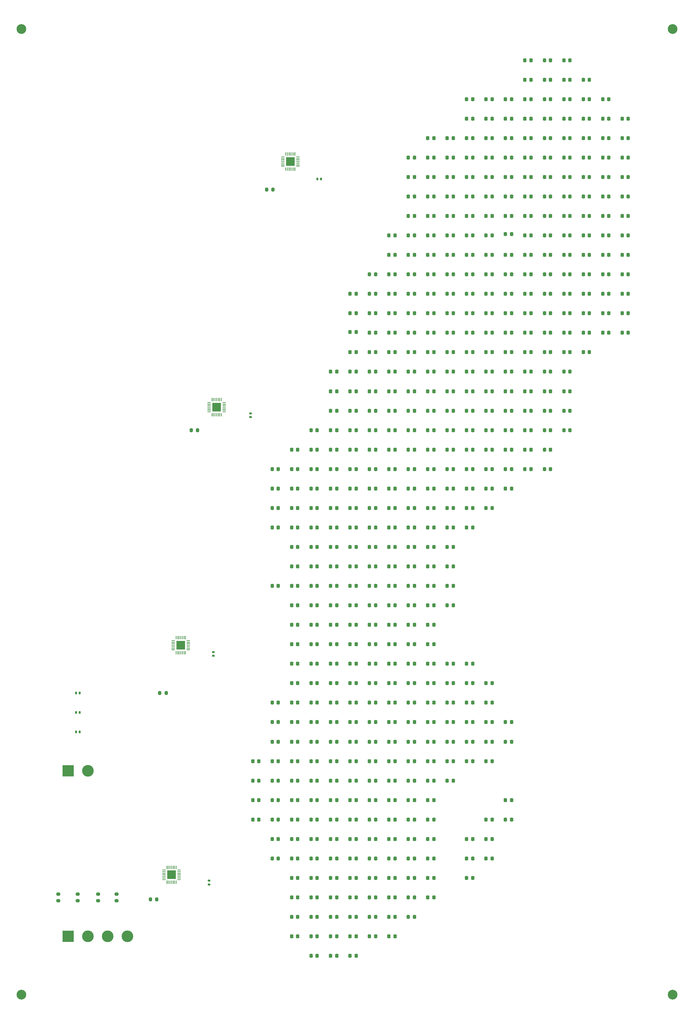
<source format=gts>
G04 #@! TF.GenerationSoftware,KiCad,Pcbnew,7.0.9*
G04 #@! TF.CreationDate,2024-12-30T15:01:03+01:00*
G04 #@! TF.ProjectId,lightning-map,6c696768-746e-4696-9e67-2d6d61702e6b,rev?*
G04 #@! TF.SameCoordinates,Original*
G04 #@! TF.FileFunction,Soldermask,Top*
G04 #@! TF.FilePolarity,Negative*
%FSLAX46Y46*%
G04 Gerber Fmt 4.6, Leading zero omitted, Abs format (unit mm)*
G04 Created by KiCad (PCBNEW 7.0.9) date 2024-12-30 15:01:03*
%MOMM*%
%LPD*%
G01*
G04 APERTURE LIST*
G04 Aperture macros list*
%AMRoundRect*
0 Rectangle with rounded corners*
0 $1 Rounding radius*
0 $2 $3 $4 $5 $6 $7 $8 $9 X,Y pos of 4 corners*
0 Add a 4 corners polygon primitive as box body*
4,1,4,$2,$3,$4,$5,$6,$7,$8,$9,$2,$3,0*
0 Add four circle primitives for the rounded corners*
1,1,$1+$1,$2,$3*
1,1,$1+$1,$4,$5*
1,1,$1+$1,$6,$7*
1,1,$1+$1,$8,$9*
0 Add four rect primitives between the rounded corners*
20,1,$1+$1,$2,$3,$4,$5,0*
20,1,$1+$1,$4,$5,$6,$7,0*
20,1,$1+$1,$6,$7,$8,$9,0*
20,1,$1+$1,$8,$9,$2,$3,0*%
G04 Aperture macros list end*
%ADD10C,2.500000*%
%ADD11RoundRect,0.140000X0.140000X0.170000X-0.140000X0.170000X-0.140000X-0.170000X0.140000X-0.170000X0*%
%ADD12RoundRect,0.218750X-0.218750X-0.256250X0.218750X-0.256250X0.218750X0.256250X-0.218750X0.256250X0*%
%ADD13RoundRect,0.140000X0.170000X-0.140000X0.170000X0.140000X-0.170000X0.140000X-0.170000X-0.140000X0*%
%ADD14R,3.000000X3.000000*%
%ADD15C,3.000000*%
%ADD16RoundRect,0.200000X0.275000X-0.200000X0.275000X0.200000X-0.275000X0.200000X-0.275000X-0.200000X0*%
%ADD17RoundRect,0.200000X-0.200000X-0.275000X0.200000X-0.275000X0.200000X0.275000X-0.200000X0.275000X0*%
%ADD18RoundRect,0.140000X-0.140000X-0.170000X0.140000X-0.170000X0.140000X0.170000X-0.140000X0.170000X0*%
%ADD19RoundRect,0.050000X-0.362500X-0.050000X0.362500X-0.050000X0.362500X0.050000X-0.362500X0.050000X0*%
%ADD20RoundRect,0.050000X-0.050000X-0.362500X0.050000X-0.362500X0.050000X0.362500X-0.050000X0.362500X0*%
%ADD21R,2.300000X2.300000*%
G04 APERTURE END LIST*
D10*
X213000000Y-335000000D03*
X380500000Y-335000000D03*
X380500000Y-87000000D03*
X213000000Y-87000000D03*
D11*
X227020000Y-267500000D03*
X227980000Y-267500000D03*
D12*
X337500000Y-145000000D03*
X339075000Y-145000000D03*
X312500000Y-175000000D03*
X314075000Y-175000000D03*
X287500000Y-255000000D03*
X289075000Y-255000000D03*
X307500000Y-155000000D03*
X309075000Y-155000000D03*
X362500000Y-140000000D03*
X364075000Y-140000000D03*
X317500000Y-130000000D03*
X319075000Y-130000000D03*
X332500000Y-300000000D03*
X334075000Y-300000000D03*
D13*
X262400000Y-247980000D03*
X262400000Y-247020000D03*
D12*
X302500000Y-285000000D03*
X304075000Y-285000000D03*
X297500000Y-155000000D03*
X299075000Y-155000000D03*
X307500000Y-265000000D03*
X309075000Y-265000000D03*
X322500000Y-265000000D03*
X324075000Y-265000000D03*
X322500000Y-130000000D03*
X324075000Y-130000000D03*
X297500000Y-280000000D03*
X299075000Y-280000000D03*
X292500000Y-290000000D03*
X294075000Y-290000000D03*
X282500000Y-285000000D03*
X284075000Y-285000000D03*
X332500000Y-205000000D03*
X334075000Y-205000000D03*
X297500000Y-250000000D03*
X299075000Y-250000000D03*
X292500000Y-305000000D03*
X294075000Y-305000000D03*
X337500000Y-290000000D03*
X339075000Y-290000000D03*
X307500000Y-300000000D03*
X309075000Y-300000000D03*
X332500000Y-130000000D03*
X334075000Y-130000000D03*
X347500000Y-135000000D03*
X349075000Y-135000000D03*
X347500000Y-180000000D03*
X349075000Y-180000000D03*
D14*
X225000000Y-277500000D03*
D15*
X230080000Y-277500000D03*
D12*
X287500000Y-285000000D03*
X289075000Y-285000000D03*
X337500000Y-190000000D03*
X339075000Y-190000000D03*
X342500000Y-95000000D03*
X344075000Y-95000000D03*
X322500000Y-155000000D03*
X324075000Y-155000000D03*
X287500000Y-265000000D03*
X289075000Y-265000000D03*
X327500000Y-275000000D03*
X329075000Y-275000000D03*
X302500000Y-165000000D03*
X304075000Y-165000000D03*
X302500000Y-205000000D03*
X304075000Y-205000000D03*
X347500000Y-185000000D03*
X349075000Y-185000000D03*
X342500000Y-150000000D03*
X344075000Y-150000000D03*
X297500000Y-215000000D03*
X299075000Y-215000000D03*
X332500000Y-270000000D03*
X334075000Y-270000000D03*
X282500000Y-220000000D03*
X284075000Y-220000000D03*
X347500000Y-155000000D03*
X349075000Y-155000000D03*
X312500000Y-185000000D03*
X314075000Y-185000000D03*
X347500000Y-140000000D03*
X349075000Y-140000000D03*
X287500000Y-310000000D03*
X289075000Y-310000000D03*
X312500000Y-270000000D03*
X314075000Y-270000000D03*
X292500000Y-230000000D03*
X294075000Y-230000000D03*
X337500000Y-265000000D03*
X339075000Y-265000000D03*
D16*
X227500000Y-310825000D03*
X227500000Y-309175000D03*
D12*
X367500000Y-115000000D03*
X369075000Y-115000000D03*
X272500000Y-285000000D03*
X274075000Y-285000000D03*
X292500000Y-285000000D03*
X294075000Y-285000000D03*
X327500000Y-300000000D03*
X329075000Y-300000000D03*
X342500000Y-110000000D03*
X344075000Y-110000000D03*
X287500000Y-240000000D03*
X289075000Y-240000000D03*
D13*
X271900000Y-186680000D03*
X271900000Y-185720000D03*
D12*
X327500000Y-205000000D03*
X329075000Y-205000000D03*
X307500000Y-180000000D03*
X309075000Y-180000000D03*
X282500000Y-305000000D03*
X284075000Y-305000000D03*
X312500000Y-255000000D03*
X314075000Y-255000000D03*
X302500000Y-280000000D03*
X304075000Y-280000000D03*
X347500000Y-115000000D03*
X349075000Y-115000000D03*
X317500000Y-280000000D03*
X319075000Y-280000000D03*
X357500000Y-145000000D03*
X359075000Y-145000000D03*
X317500000Y-290000000D03*
X319075000Y-290000000D03*
X292500000Y-325000000D03*
X294075000Y-325000000D03*
X357500000Y-135000000D03*
X359075000Y-135000000D03*
X317500000Y-305000000D03*
X319075000Y-305000000D03*
X322500000Y-200000000D03*
X324075000Y-200000000D03*
X302500000Y-195000000D03*
X304075000Y-195000000D03*
X312500000Y-245000000D03*
X314075000Y-245000000D03*
X287500000Y-195000000D03*
X289075000Y-195000000D03*
X292500000Y-215000000D03*
X294075000Y-215000000D03*
X342500000Y-130000000D03*
X344075000Y-130000000D03*
X307500000Y-305000000D03*
X309075000Y-305000000D03*
X347500000Y-160000000D03*
X349075000Y-160000000D03*
X317500000Y-235000000D03*
X319075000Y-235000000D03*
X337500000Y-139640000D03*
X339075000Y-139640000D03*
X297500000Y-300000000D03*
X299075000Y-300000000D03*
X367500000Y-160000000D03*
X369075000Y-160000000D03*
X292500000Y-240000000D03*
X294075000Y-240000000D03*
X327500000Y-210000000D03*
X329075000Y-210000000D03*
X322500000Y-170000000D03*
X324075000Y-170000000D03*
X307500000Y-210000000D03*
X309075000Y-210000000D03*
X317500000Y-265000000D03*
X319075000Y-265000000D03*
X282500000Y-250000000D03*
X284075000Y-250000000D03*
X287500000Y-280000000D03*
X289075000Y-280000000D03*
X337500000Y-180000000D03*
X339075000Y-180000000D03*
X307500000Y-160000000D03*
X309075000Y-160000000D03*
X337500000Y-175000000D03*
X339075000Y-175000000D03*
X322500000Y-160000000D03*
X324075000Y-160000000D03*
X347500000Y-170000000D03*
X349075000Y-170000000D03*
X322500000Y-175000000D03*
X324075000Y-175000000D03*
X277500000Y-285000000D03*
X279075000Y-285000000D03*
X307500000Y-215000000D03*
X309075000Y-215000000D03*
X307500000Y-235000000D03*
X309075000Y-235000000D03*
X277500000Y-260000000D03*
X279075000Y-260000000D03*
X312500000Y-295000000D03*
X314075000Y-295000000D03*
X322500000Y-255000000D03*
X324075000Y-255000000D03*
X307500000Y-230000000D03*
X309075000Y-230000000D03*
X362500000Y-130000000D03*
X364075000Y-130000000D03*
X317500000Y-170000000D03*
X319075000Y-170000000D03*
X302500000Y-150000000D03*
X304075000Y-150000000D03*
X352500000Y-125000000D03*
X354075000Y-125000000D03*
X332500000Y-165000000D03*
X334075000Y-165000000D03*
X332500000Y-210000000D03*
X334075000Y-210000000D03*
X312500000Y-260000000D03*
X314075000Y-260000000D03*
X297500000Y-315000000D03*
X299075000Y-315000000D03*
X292500000Y-265000000D03*
X294075000Y-265000000D03*
X282500000Y-310000000D03*
X284075000Y-310000000D03*
X332500000Y-120000000D03*
X334075000Y-120000000D03*
X357500000Y-105000000D03*
X359075000Y-105000000D03*
X332500000Y-190000000D03*
X334075000Y-190000000D03*
X292500000Y-235000000D03*
X294075000Y-235000000D03*
X307500000Y-275000000D03*
X309075000Y-275000000D03*
X307500000Y-225000000D03*
X309075000Y-225000000D03*
X352500000Y-160000000D03*
X354075000Y-160000000D03*
X347500000Y-145000000D03*
X349075000Y-145000000D03*
X302500000Y-300000000D03*
X304075000Y-300000000D03*
X307500000Y-140000000D03*
X309075000Y-140000000D03*
X362500000Y-105000000D03*
X364075000Y-105000000D03*
X312500000Y-290000000D03*
X314075000Y-290000000D03*
X327500000Y-140000000D03*
X329075000Y-140000000D03*
X287500000Y-295000000D03*
X289075000Y-295000000D03*
X357500000Y-140000000D03*
X359075000Y-140000000D03*
X342500000Y-190000000D03*
X344075000Y-190000000D03*
X312500000Y-170000000D03*
X314075000Y-170000000D03*
X307500000Y-260000000D03*
X309075000Y-260000000D03*
X282500000Y-280000000D03*
X284075000Y-280000000D03*
X297500000Y-225000000D03*
X299075000Y-225000000D03*
X302500000Y-305000000D03*
X304075000Y-305000000D03*
D17*
X246175000Y-310500000D03*
X247825000Y-310500000D03*
X256675000Y-190000000D03*
X258325000Y-190000000D03*
D12*
X342500000Y-155000000D03*
X344075000Y-155000000D03*
X317500000Y-145000000D03*
X319075000Y-145000000D03*
X322500000Y-260000000D03*
X324075000Y-260000000D03*
X347500000Y-130000000D03*
X349075000Y-130000000D03*
X317500000Y-175000000D03*
X319075000Y-175000000D03*
X317500000Y-180000000D03*
X319075000Y-180000000D03*
X317500000Y-205000000D03*
X319075000Y-205000000D03*
X317500000Y-120000000D03*
X319075000Y-120000000D03*
X342500000Y-180000000D03*
X344075000Y-180000000D03*
X277500000Y-265000000D03*
X279075000Y-265000000D03*
X307500000Y-250000000D03*
X309075000Y-250000000D03*
X362500000Y-155000000D03*
X364075000Y-155000000D03*
X342500000Y-105000000D03*
X344075000Y-105000000D03*
X312500000Y-280000000D03*
X314075000Y-280000000D03*
X312500000Y-235000000D03*
X314075000Y-235000000D03*
X327500000Y-145000000D03*
X329075000Y-145000000D03*
X352500000Y-175000000D03*
X354075000Y-175000000D03*
X357500000Y-110000000D03*
X359075000Y-110000000D03*
X277500000Y-200000000D03*
X279075000Y-200000000D03*
X317500000Y-150000000D03*
X319075000Y-150000000D03*
X347500000Y-190000000D03*
X349075000Y-190000000D03*
X322500000Y-205000000D03*
X324075000Y-205000000D03*
X312500000Y-145000000D03*
X314075000Y-145000000D03*
X292500000Y-210000000D03*
X294075000Y-210000000D03*
X322500000Y-120000000D03*
X324075000Y-120000000D03*
X307500000Y-240000000D03*
X309075000Y-240000000D03*
X327500000Y-185000000D03*
X329075000Y-185000000D03*
X302500000Y-225000000D03*
X304075000Y-225000000D03*
X327500000Y-260000000D03*
X329075000Y-260000000D03*
X287500000Y-320000000D03*
X289075000Y-320000000D03*
X282500000Y-265000000D03*
X284075000Y-265000000D03*
X302500000Y-315000000D03*
X304075000Y-315000000D03*
X337500000Y-160000000D03*
X339075000Y-160000000D03*
X312500000Y-165000000D03*
X314075000Y-165000000D03*
X282500000Y-205000000D03*
X284075000Y-205000000D03*
X332500000Y-260000000D03*
X334075000Y-260000000D03*
X332500000Y-110000000D03*
X334075000Y-110000000D03*
X322500000Y-275000000D03*
X324075000Y-275000000D03*
X297500000Y-310000000D03*
X299075000Y-310000000D03*
X352500000Y-100000000D03*
X354075000Y-100000000D03*
X302500000Y-160000000D03*
X304075000Y-160000000D03*
X297500000Y-235000000D03*
X299075000Y-235000000D03*
X317500000Y-240000000D03*
X319075000Y-240000000D03*
X282500000Y-270000000D03*
X284075000Y-270000000D03*
X312500000Y-215000000D03*
X314075000Y-215000000D03*
X307500000Y-270000000D03*
X309075000Y-270000000D03*
X307500000Y-245000000D03*
X309075000Y-245000000D03*
X322500000Y-115000000D03*
X324075000Y-115000000D03*
X322500000Y-215000000D03*
X324075000Y-215000000D03*
X337500000Y-110000000D03*
X339075000Y-110000000D03*
X292500000Y-250000000D03*
X294075000Y-250000000D03*
D17*
X248575000Y-257500000D03*
X250225000Y-257500000D03*
D12*
X322500000Y-180000000D03*
X324075000Y-180000000D03*
D11*
X227980000Y-257500000D03*
X227020000Y-257500000D03*
D12*
X292500000Y-180000000D03*
X294075000Y-180000000D03*
X327500000Y-150000000D03*
X329075000Y-150000000D03*
X312500000Y-130000000D03*
X314075000Y-130000000D03*
X297500000Y-325000000D03*
X299075000Y-325000000D03*
X297500000Y-175000000D03*
X299075000Y-175000000D03*
X327500000Y-130000000D03*
X329075000Y-130000000D03*
X332500000Y-125000000D03*
X334075000Y-125000000D03*
X327500000Y-265000000D03*
X329075000Y-265000000D03*
X327500000Y-270000000D03*
X329075000Y-270000000D03*
X347500000Y-110000000D03*
X349075000Y-110000000D03*
X352500000Y-140000000D03*
X354075000Y-140000000D03*
X347500000Y-100000000D03*
X349075000Y-100000000D03*
X282500000Y-245000000D03*
X284075000Y-245000000D03*
X352500000Y-170000000D03*
X354075000Y-170000000D03*
X322500000Y-210000000D03*
X324075000Y-210000000D03*
X357500000Y-165000000D03*
X359075000Y-165000000D03*
D18*
X289120000Y-125500000D03*
X290080000Y-125500000D03*
D12*
X287500000Y-300000000D03*
X289075000Y-300000000D03*
X307500000Y-255000000D03*
X309075000Y-255000000D03*
X342500000Y-200000000D03*
X344075000Y-200000000D03*
X272500000Y-290000000D03*
X274075000Y-290000000D03*
X317500000Y-245000000D03*
X319075000Y-245000000D03*
X282500000Y-320000000D03*
X284075000Y-320000000D03*
X322500000Y-165000000D03*
X324075000Y-165000000D03*
X302500000Y-175000000D03*
X304075000Y-175000000D03*
X282500000Y-200000000D03*
X284075000Y-200000000D03*
X367500000Y-110000000D03*
X369075000Y-110000000D03*
X292500000Y-175000000D03*
X294075000Y-175000000D03*
X287500000Y-230000000D03*
X289075000Y-230000000D03*
X297500000Y-270000000D03*
X299075000Y-270000000D03*
X357500000Y-130000000D03*
X359075000Y-130000000D03*
X362500000Y-150000000D03*
X364075000Y-150000000D03*
X332500000Y-105000000D03*
X334075000Y-105000000D03*
X327500000Y-200000000D03*
X329075000Y-200000000D03*
X302500000Y-270000000D03*
X304075000Y-270000000D03*
X317500000Y-300000000D03*
X319075000Y-300000000D03*
X282500000Y-290000000D03*
X284075000Y-290000000D03*
X362500000Y-115000000D03*
X364075000Y-115000000D03*
X327500000Y-180000000D03*
X329075000Y-180000000D03*
X332500000Y-275000000D03*
X334075000Y-275000000D03*
X327500000Y-165000000D03*
X329075000Y-165000000D03*
X337500000Y-130000000D03*
X339075000Y-130000000D03*
X292500000Y-245000000D03*
X294075000Y-245000000D03*
X297500000Y-285000000D03*
X299075000Y-285000000D03*
X297500000Y-164820000D03*
X299075000Y-164820000D03*
X327500000Y-175000000D03*
X329075000Y-175000000D03*
X332500000Y-200000000D03*
X334075000Y-200000000D03*
X312500000Y-150000000D03*
X314075000Y-150000000D03*
X317500000Y-135000000D03*
X319075000Y-135000000D03*
X312500000Y-135000000D03*
X314075000Y-135000000D03*
X342500000Y-120000000D03*
X344075000Y-120000000D03*
D13*
X261300000Y-306680000D03*
X261300000Y-305720000D03*
D12*
X332500000Y-160000000D03*
X334075000Y-160000000D03*
X277500000Y-280000000D03*
X279075000Y-280000000D03*
X292500000Y-255000000D03*
X294075000Y-255000000D03*
X347500000Y-175000000D03*
X349075000Y-175000000D03*
X367500000Y-155000000D03*
X369075000Y-155000000D03*
X342500000Y-170000000D03*
X344075000Y-170000000D03*
X282500000Y-260000000D03*
X284075000Y-260000000D03*
X302500000Y-240000000D03*
X304075000Y-240000000D03*
X332500000Y-175000000D03*
X334075000Y-175000000D03*
X317500000Y-250000000D03*
X319075000Y-250000000D03*
X292500000Y-270000000D03*
X294075000Y-270000000D03*
X302500000Y-260000000D03*
X304075000Y-260000000D03*
X327500000Y-190000000D03*
X329075000Y-190000000D03*
X337500000Y-135000000D03*
X339075000Y-135000000D03*
X337500000Y-165000000D03*
X339075000Y-165000000D03*
D19*
X280262500Y-119837500D03*
X280262500Y-120237500D03*
X280262500Y-120637500D03*
X280262500Y-121037500D03*
X280262500Y-121437500D03*
X280262500Y-121837500D03*
X280262500Y-122237500D03*
D20*
X281000000Y-122975000D03*
X281400000Y-122975000D03*
X281800000Y-122975000D03*
X282200000Y-122975000D03*
X282600000Y-122975000D03*
X283000000Y-122975000D03*
X283400000Y-122975000D03*
D19*
X284137500Y-122237500D03*
X284137500Y-121837500D03*
X284137500Y-121437500D03*
X284137500Y-121037500D03*
X284137500Y-120637500D03*
X284137500Y-120237500D03*
X284137500Y-119837500D03*
D20*
X283400000Y-119100000D03*
X283000000Y-119100000D03*
X282600000Y-119100000D03*
X282200000Y-119100000D03*
X281800000Y-119100000D03*
X281400000Y-119100000D03*
X281000000Y-119100000D03*
D21*
X282200000Y-121037500D03*
D12*
X287500000Y-200000000D03*
X289075000Y-200000000D03*
X322500000Y-145000000D03*
X324075000Y-145000000D03*
X312500000Y-210000000D03*
X314075000Y-210000000D03*
X312500000Y-310000000D03*
X314075000Y-310000000D03*
X332500000Y-290000000D03*
X334075000Y-290000000D03*
X302500000Y-310000000D03*
X304075000Y-310000000D03*
X292500000Y-260000000D03*
X294075000Y-260000000D03*
X292500000Y-275000000D03*
X294075000Y-275000000D03*
X337500000Y-200000000D03*
X339075000Y-200000000D03*
X287500000Y-220000000D03*
X289075000Y-220000000D03*
X337500000Y-185000000D03*
X339075000Y-185000000D03*
X287500000Y-270000000D03*
X289075000Y-270000000D03*
X277500000Y-210000000D03*
X279075000Y-210000000D03*
X322500000Y-230000000D03*
X324075000Y-230000000D03*
X317500000Y-260000000D03*
X319075000Y-260000000D03*
X362500000Y-135000000D03*
X364075000Y-135000000D03*
X367500000Y-165000000D03*
X369075000Y-165000000D03*
X317500000Y-155000000D03*
X319075000Y-155000000D03*
X352500000Y-145000000D03*
X354075000Y-145000000D03*
X297500000Y-230000000D03*
X299075000Y-230000000D03*
X292500000Y-300000000D03*
X294075000Y-300000000D03*
X292500000Y-220000000D03*
X294075000Y-220000000D03*
X337500000Y-170000000D03*
X339075000Y-170000000D03*
X297500000Y-255000000D03*
X299075000Y-255000000D03*
X332500000Y-115000000D03*
X334075000Y-115000000D03*
X317500000Y-270000000D03*
X319075000Y-270000000D03*
X292500000Y-280000000D03*
X294075000Y-280000000D03*
X327500000Y-215000000D03*
X329075000Y-215000000D03*
X352500000Y-190000000D03*
X354075000Y-190000000D03*
X327500000Y-250000000D03*
X329075000Y-250000000D03*
D16*
X222500000Y-310825000D03*
X222500000Y-309175000D03*
D12*
X282500000Y-300000000D03*
X284075000Y-300000000D03*
X357500000Y-155000000D03*
X359075000Y-155000000D03*
X342500000Y-140000000D03*
X344075000Y-140000000D03*
X307500000Y-290000000D03*
X309075000Y-290000000D03*
X287500000Y-215000000D03*
X289075000Y-215000000D03*
X352500000Y-150000000D03*
X354075000Y-150000000D03*
X307500000Y-295000000D03*
X309075000Y-295000000D03*
X297500000Y-200000000D03*
X299075000Y-200000000D03*
X312500000Y-140000000D03*
X314075000Y-140000000D03*
X322500000Y-235000000D03*
X324075000Y-235000000D03*
X322500000Y-250000000D03*
X324075000Y-250000000D03*
X337500000Y-155000000D03*
X339075000Y-155000000D03*
X292500000Y-195000000D03*
X294075000Y-195000000D03*
X297500000Y-265000000D03*
X299075000Y-265000000D03*
X367500000Y-135000000D03*
X369075000Y-135000000D03*
X297500000Y-160000000D03*
X299075000Y-160000000D03*
X307500000Y-150000000D03*
X309075000Y-150000000D03*
X292500000Y-315000000D03*
X294075000Y-315000000D03*
D17*
X276075000Y-128200000D03*
X277725000Y-128200000D03*
D12*
X302500000Y-235000000D03*
X304075000Y-235000000D03*
D16*
X232700000Y-310825000D03*
X232700000Y-309175000D03*
D12*
X317500000Y-285000000D03*
X319075000Y-285000000D03*
X362500000Y-110000000D03*
X364075000Y-110000000D03*
X352500000Y-185000000D03*
X354075000Y-185000000D03*
X307500000Y-170000000D03*
X309075000Y-170000000D03*
X342500000Y-100000000D03*
X344075000Y-100000000D03*
X312500000Y-180000000D03*
X314075000Y-180000000D03*
X332500000Y-150000000D03*
X334075000Y-150000000D03*
X302500000Y-275000000D03*
X304075000Y-275000000D03*
X297500000Y-205000000D03*
X299075000Y-205000000D03*
X312500000Y-120000000D03*
X314075000Y-120000000D03*
X302500000Y-295000000D03*
X304075000Y-295000000D03*
X317500000Y-255000000D03*
X319075000Y-255000000D03*
X357500000Y-100000000D03*
X359075000Y-100000000D03*
X322500000Y-150000000D03*
X324075000Y-150000000D03*
D11*
X227980000Y-262500000D03*
X227020000Y-262500000D03*
D12*
X337500000Y-115000000D03*
X339075000Y-115000000D03*
X344075000Y-195000000D03*
X342500000Y-195000000D03*
X357500000Y-150000000D03*
X359075000Y-150000000D03*
X287500000Y-225000000D03*
X289075000Y-225000000D03*
X307500000Y-200000000D03*
X309075000Y-200000000D03*
X312500000Y-195000000D03*
X314075000Y-195000000D03*
X367500000Y-120000000D03*
X369075000Y-120000000D03*
X367500000Y-130000000D03*
X369075000Y-130000000D03*
X292500000Y-200000000D03*
X294075000Y-200000000D03*
X307500000Y-220000000D03*
X309075000Y-220000000D03*
X302500000Y-170000000D03*
X304075000Y-170000000D03*
X322500000Y-220000000D03*
X324075000Y-220000000D03*
X302500000Y-265000000D03*
X304075000Y-265000000D03*
X337500000Y-270000000D03*
X339075000Y-270000000D03*
X357500000Y-115000000D03*
X359075000Y-115000000D03*
X367500000Y-150000000D03*
X369075000Y-150000000D03*
X272500000Y-280000000D03*
X274075000Y-280000000D03*
X277500000Y-300000000D03*
X279075000Y-300000000D03*
X307500000Y-175000000D03*
X309075000Y-175000000D03*
X307500000Y-310000000D03*
X309075000Y-310000000D03*
X357500000Y-170000000D03*
X359075000Y-170000000D03*
X312500000Y-230000000D03*
X314075000Y-230000000D03*
X292500000Y-185000000D03*
X294075000Y-185000000D03*
X342500000Y-145000000D03*
X344075000Y-145000000D03*
D15*
X240240000Y-320000000D03*
X235160000Y-320000000D03*
X230080000Y-320000000D03*
D14*
X225000000Y-320000000D03*
D12*
X337500000Y-150000000D03*
X339075000Y-150000000D03*
X337500000Y-120000000D03*
X339075000Y-120000000D03*
X292500000Y-190000000D03*
X294075000Y-190000000D03*
X287500000Y-290000000D03*
X289075000Y-290000000D03*
X302500000Y-155000000D03*
X304075000Y-155000000D03*
X287500000Y-275000000D03*
X289075000Y-275000000D03*
X287500000Y-325000000D03*
X289075000Y-325000000D03*
X297500000Y-275000000D03*
X299075000Y-275000000D03*
X317500000Y-230000000D03*
X319075000Y-230000000D03*
X367500000Y-125000000D03*
X369075000Y-125000000D03*
X322500000Y-135000000D03*
X324075000Y-135000000D03*
X352500000Y-110000000D03*
X354075000Y-110000000D03*
X312500000Y-240000000D03*
X314075000Y-240000000D03*
X317500000Y-190000000D03*
X319075000Y-190000000D03*
X282500000Y-215000000D03*
X284075000Y-215000000D03*
X352500000Y-135000000D03*
X354075000Y-135000000D03*
X277500000Y-230000000D03*
X279075000Y-230000000D03*
X292500000Y-320000000D03*
X294075000Y-320000000D03*
X317500000Y-220000000D03*
X319075000Y-220000000D03*
X272500000Y-275000000D03*
X274075000Y-275000000D03*
X327500000Y-120000000D03*
X329075000Y-120000000D03*
X282500000Y-235000000D03*
X284075000Y-235000000D03*
X312500000Y-220000000D03*
X314075000Y-220000000D03*
X297500000Y-320000000D03*
X299075000Y-320000000D03*
X297500000Y-295000000D03*
X299075000Y-295000000D03*
X327500000Y-255000000D03*
X329075000Y-255000000D03*
X312500000Y-155000000D03*
X314075000Y-155000000D03*
X297500000Y-190000000D03*
X299075000Y-190000000D03*
X282500000Y-240000000D03*
X284075000Y-240000000D03*
X302500000Y-290000000D03*
X304075000Y-290000000D03*
X302500000Y-255000000D03*
X304075000Y-255000000D03*
X312500000Y-125000000D03*
X314075000Y-125000000D03*
X297500000Y-185000000D03*
X299075000Y-185000000D03*
X307500000Y-205000000D03*
X309075000Y-205000000D03*
X302500000Y-250000000D03*
X304075000Y-250000000D03*
X302500000Y-180000000D03*
X304075000Y-180000000D03*
X362500000Y-160000000D03*
X364075000Y-160000000D03*
X332500000Y-135000000D03*
X334075000Y-135000000D03*
X302500000Y-210000000D03*
X304075000Y-210000000D03*
X327500000Y-115000000D03*
X329075000Y-115000000D03*
X342500000Y-125000000D03*
X344075000Y-125000000D03*
X287500000Y-235000000D03*
X289075000Y-235000000D03*
X287500000Y-315000000D03*
X289075000Y-315000000D03*
X322500000Y-140000000D03*
X324075000Y-140000000D03*
X332500000Y-180000000D03*
X334075000Y-180000000D03*
X317500000Y-275000000D03*
X319075000Y-275000000D03*
X282500000Y-255000000D03*
X284075000Y-255000000D03*
X362500000Y-145000000D03*
X364075000Y-145000000D03*
X277500000Y-270000000D03*
X279075000Y-270000000D03*
X282500000Y-210000000D03*
X284075000Y-210000000D03*
X307500000Y-165000000D03*
X309075000Y-165000000D03*
X307500000Y-185000000D03*
X309075000Y-185000000D03*
X287500000Y-190000000D03*
X289075000Y-190000000D03*
X292500000Y-205000000D03*
X294075000Y-205000000D03*
X302500000Y-190000000D03*
X304075000Y-190000000D03*
X332500000Y-140000000D03*
X334075000Y-140000000D03*
X317500000Y-215000000D03*
X319075000Y-215000000D03*
X347500000Y-150000000D03*
X349075000Y-150000000D03*
X347500000Y-200000000D03*
X349075000Y-200000000D03*
X322500000Y-270000000D03*
X324075000Y-270000000D03*
X317500000Y-210000000D03*
X319075000Y-210000000D03*
X327500000Y-125000000D03*
X329075000Y-125000000D03*
X362500000Y-125000000D03*
X364075000Y-125000000D03*
D19*
X249662500Y-303000000D03*
X249662500Y-303400000D03*
X249662500Y-303800000D03*
X249662500Y-304200000D03*
X249662500Y-304600000D03*
X249662500Y-305000000D03*
X249662500Y-305400000D03*
D20*
X250400000Y-306137500D03*
X250800000Y-306137500D03*
X251200000Y-306137500D03*
X251600000Y-306137500D03*
X252000000Y-306137500D03*
X252400000Y-306137500D03*
X252800000Y-306137500D03*
D19*
X253537500Y-305400000D03*
X253537500Y-305000000D03*
X253537500Y-304600000D03*
X253537500Y-304200000D03*
X253537500Y-303800000D03*
X253537500Y-303400000D03*
X253537500Y-303000000D03*
D20*
X252800000Y-302262500D03*
X252400000Y-302262500D03*
X252000000Y-302262500D03*
X251600000Y-302262500D03*
X251200000Y-302262500D03*
X250800000Y-302262500D03*
X250400000Y-302262500D03*
D21*
X251600000Y-304200000D03*
D19*
X261262500Y-182900000D03*
X261262500Y-183300000D03*
X261262500Y-183700000D03*
X261262500Y-184100000D03*
X261262500Y-184500000D03*
X261262500Y-184900000D03*
X261262500Y-185300000D03*
D20*
X262000000Y-186037500D03*
X262400000Y-186037500D03*
X262800000Y-186037500D03*
X263200000Y-186037500D03*
X263600000Y-186037500D03*
X264000000Y-186037500D03*
X264400000Y-186037500D03*
D19*
X265137500Y-185300000D03*
X265137500Y-184900000D03*
X265137500Y-184500000D03*
X265137500Y-184100000D03*
X265137500Y-183700000D03*
X265137500Y-183300000D03*
X265137500Y-182900000D03*
D20*
X264400000Y-182162500D03*
X264000000Y-182162500D03*
X263600000Y-182162500D03*
X263200000Y-182162500D03*
X262800000Y-182162500D03*
X262400000Y-182162500D03*
X262000000Y-182162500D03*
D21*
X263200000Y-184100000D03*
D12*
X332500000Y-185000000D03*
X334075000Y-185000000D03*
X317500000Y-140000000D03*
X319075000Y-140000000D03*
X302500000Y-200000000D03*
X304075000Y-200000000D03*
X337500000Y-125000000D03*
X339075000Y-125000000D03*
X317500000Y-160000000D03*
X319075000Y-160000000D03*
X292500000Y-295000000D03*
X294075000Y-295000000D03*
X347500000Y-165000000D03*
X349075000Y-165000000D03*
X342500000Y-115000000D03*
X344075000Y-115000000D03*
X362500000Y-165000000D03*
X364075000Y-165000000D03*
X332500000Y-170000000D03*
X334075000Y-170000000D03*
X357500000Y-160000000D03*
X359075000Y-160000000D03*
X297500000Y-290000000D03*
X299075000Y-290000000D03*
X327500000Y-110000000D03*
X329075000Y-110000000D03*
X347500000Y-95000000D03*
X349075000Y-95000000D03*
X292500000Y-225000000D03*
X294075000Y-225000000D03*
X282500000Y-315000000D03*
X284075000Y-315000000D03*
X347500000Y-125000000D03*
X349075000Y-125000000D03*
X307500000Y-320000000D03*
X309075000Y-320000000D03*
X312500000Y-160000000D03*
X314075000Y-160000000D03*
X312500000Y-285000000D03*
X314075000Y-285000000D03*
X312500000Y-205000000D03*
X314075000Y-205000000D03*
X302500000Y-220000000D03*
X304075000Y-220000000D03*
X357500000Y-125000000D03*
X359075000Y-125000000D03*
X312500000Y-265000000D03*
X314075000Y-265000000D03*
X332500000Y-195000000D03*
X334075000Y-195000000D03*
X317500000Y-165000000D03*
X319075000Y-165000000D03*
X337500000Y-205000000D03*
X339075000Y-205000000D03*
X312500000Y-190000000D03*
X314075000Y-190000000D03*
X367500000Y-145000000D03*
X369075000Y-145000000D03*
X312500000Y-200000000D03*
X314075000Y-200000000D03*
X307500000Y-195000000D03*
X309075000Y-195000000D03*
X302500000Y-230000000D03*
X304075000Y-230000000D03*
X352500000Y-120000000D03*
X354075000Y-120000000D03*
X332500000Y-155000000D03*
X334075000Y-155000000D03*
X317500000Y-310000000D03*
X319075000Y-310000000D03*
X327500000Y-135000000D03*
X329075000Y-135000000D03*
X357500000Y-120000000D03*
X359075000Y-120000000D03*
X307500000Y-280000000D03*
X309075000Y-280000000D03*
X322500000Y-195000000D03*
X324075000Y-195000000D03*
X327500000Y-105000000D03*
X329075000Y-105000000D03*
X347500000Y-105000000D03*
X349075000Y-105000000D03*
X282500000Y-275000000D03*
X284075000Y-275000000D03*
X312500000Y-300000000D03*
X314075000Y-300000000D03*
X312500000Y-225000000D03*
X314075000Y-225000000D03*
X307500000Y-315000000D03*
X309075000Y-315000000D03*
X282500000Y-295000000D03*
X284075000Y-295000000D03*
X307500000Y-285000000D03*
X309075000Y-285000000D03*
D19*
X252062500Y-244037500D03*
X252062500Y-244437500D03*
X252062500Y-244837500D03*
X252062500Y-245237500D03*
X252062500Y-245637500D03*
X252062500Y-246037500D03*
X252062500Y-246437500D03*
D20*
X252800000Y-247175000D03*
X253200000Y-247175000D03*
X253600000Y-247175000D03*
X254000000Y-247175000D03*
X254400000Y-247175000D03*
X254800000Y-247175000D03*
X255200000Y-247175000D03*
D19*
X255937500Y-246437500D03*
X255937500Y-246037500D03*
X255937500Y-245637500D03*
X255937500Y-245237500D03*
X255937500Y-244837500D03*
X255937500Y-244437500D03*
X255937500Y-244037500D03*
D20*
X255200000Y-243300000D03*
X254800000Y-243300000D03*
X254400000Y-243300000D03*
X254000000Y-243300000D03*
X253600000Y-243300000D03*
X253200000Y-243300000D03*
X252800000Y-243300000D03*
D21*
X254000000Y-245237500D03*
D12*
X327500000Y-155000000D03*
X329075000Y-155000000D03*
X287500000Y-245000000D03*
X289075000Y-245000000D03*
X367500000Y-140000000D03*
X369075000Y-140000000D03*
X317500000Y-295000000D03*
X319075000Y-295000000D03*
X297500000Y-210000000D03*
X299075000Y-210000000D03*
X292500000Y-310000000D03*
X294075000Y-310000000D03*
X302500000Y-215000000D03*
X304075000Y-215000000D03*
X302500000Y-320000000D03*
X304075000Y-320000000D03*
X342500000Y-185000000D03*
X344075000Y-185000000D03*
X297500000Y-195000000D03*
X299075000Y-195000000D03*
X277500000Y-290000000D03*
X279075000Y-290000000D03*
X327500000Y-295000000D03*
X329075000Y-295000000D03*
X297500000Y-170000000D03*
X299075000Y-170000000D03*
X332500000Y-255000000D03*
X334075000Y-255000000D03*
X352500000Y-165000000D03*
X354075000Y-165000000D03*
X312500000Y-275000000D03*
X314075000Y-275000000D03*
X322500000Y-225000000D03*
X324075000Y-225000000D03*
X322500000Y-190000000D03*
X324075000Y-190000000D03*
X337500000Y-285000000D03*
X339075000Y-285000000D03*
X317500000Y-195000000D03*
X319075000Y-195000000D03*
X322500000Y-125000000D03*
X324075000Y-125000000D03*
X342500000Y-175000000D03*
X344075000Y-175000000D03*
X297500000Y-240000000D03*
X299075000Y-240000000D03*
X287500000Y-260000000D03*
X289075000Y-260000000D03*
X342500000Y-165000000D03*
X344075000Y-165000000D03*
X317500000Y-225000000D03*
X319075000Y-225000000D03*
X322500000Y-280000000D03*
X324075000Y-280000000D03*
X342500000Y-160000000D03*
X344075000Y-160000000D03*
X327500000Y-305000000D03*
X329075000Y-305000000D03*
X332500000Y-145000000D03*
X334075000Y-145000000D03*
X277500000Y-275000000D03*
X279075000Y-275000000D03*
X347500000Y-195000000D03*
X349075000Y-195000000D03*
X322500000Y-185000000D03*
X324075000Y-185000000D03*
X352500000Y-155000000D03*
X354075000Y-155000000D03*
X317500000Y-200000000D03*
X319075000Y-200000000D03*
X297500000Y-180000000D03*
X299075000Y-180000000D03*
X297500000Y-245000000D03*
X299075000Y-245000000D03*
X347500000Y-120000000D03*
X349075000Y-120000000D03*
X297500000Y-305000000D03*
X299075000Y-305000000D03*
X317500000Y-125000000D03*
X319075000Y-125000000D03*
X327500000Y-195000000D03*
X329075000Y-195000000D03*
X362500000Y-120000000D03*
X364075000Y-120000000D03*
X282500000Y-230000000D03*
X284075000Y-230000000D03*
X337500000Y-195000000D03*
X339075000Y-195000000D03*
X277500000Y-215000000D03*
X279075000Y-215000000D03*
X352500000Y-115000000D03*
X354075000Y-115000000D03*
X297500000Y-220000000D03*
X299075000Y-220000000D03*
X287500000Y-205000000D03*
X289075000Y-205000000D03*
X317500000Y-185000000D03*
X319075000Y-185000000D03*
X312500000Y-305000000D03*
X314075000Y-305000000D03*
X282500000Y-225000000D03*
X284075000Y-225000000D03*
X317500000Y-115000000D03*
X319075000Y-115000000D03*
X337500000Y-105000000D03*
X339075000Y-105000000D03*
X287500000Y-305000000D03*
X289075000Y-305000000D03*
X352500000Y-95000000D03*
X354075000Y-95000000D03*
X277500000Y-205000000D03*
X279075000Y-205000000D03*
X327500000Y-160000000D03*
X329075000Y-160000000D03*
X287500000Y-250000000D03*
X289075000Y-250000000D03*
X307500000Y-145000000D03*
X309075000Y-145000000D03*
X282500000Y-195000000D03*
X284075000Y-195000000D03*
X352500000Y-180000000D03*
X354075000Y-180000000D03*
X287500000Y-210000000D03*
X289075000Y-210000000D03*
X352500000Y-105000000D03*
X354075000Y-105000000D03*
X352500000Y-130000000D03*
X354075000Y-130000000D03*
X302500000Y-245000000D03*
X304075000Y-245000000D03*
X277500000Y-295000000D03*
X279075000Y-295000000D03*
X312500000Y-250000000D03*
X314075000Y-250000000D03*
X327500000Y-170000000D03*
X329075000Y-170000000D03*
D16*
X237500000Y-310825000D03*
X237500000Y-309175000D03*
D12*
X332500000Y-265000000D03*
X334075000Y-265000000D03*
X297500000Y-260000000D03*
X299075000Y-260000000D03*
X307500000Y-190000000D03*
X309075000Y-190000000D03*
X312500000Y-315000000D03*
X314075000Y-315000000D03*
X332500000Y-295000000D03*
X334075000Y-295000000D03*
X302500000Y-185000000D03*
X304075000Y-185000000D03*
X342500000Y-135000000D03*
X344075000Y-135000000D03*
M02*

</source>
